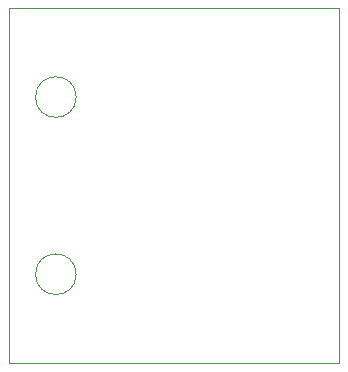
<source format=gbr>
G04 #@! TF.GenerationSoftware,KiCad,Pcbnew,(5.1.5-0-10_14)*
G04 #@! TF.CreationDate,2021-06-02T09:33:46-04:00*
G04 #@! TF.ProjectId,ESLO_RB2_Programmer,45534c4f-5f52-4423-925f-50726f677261,rev?*
G04 #@! TF.SameCoordinates,Original*
G04 #@! TF.FileFunction,Profile,NP*
%FSLAX46Y46*%
G04 Gerber Fmt 4.6, Leading zero omitted, Abs format (unit mm)*
G04 Created by KiCad (PCBNEW (5.1.5-0-10_14)) date 2021-06-02 09:33:46*
%MOMM*%
%LPD*%
G04 APERTURE LIST*
%ADD10C,0.050000*%
G04 APERTURE END LIST*
D10*
X127720000Y-94500000D02*
G75*
G03X127720000Y-94500000I-1720000J0D01*
G01*
X127720000Y-79500000D02*
G75*
G03X127720000Y-79500000I-1720000J0D01*
G01*
X150000000Y-72000000D02*
X122000000Y-72000000D01*
X150000000Y-102000000D02*
X150000000Y-72000000D01*
X122000000Y-102000000D02*
X150000000Y-102000000D01*
X122000000Y-72000000D02*
X122000000Y-102000000D01*
M02*

</source>
